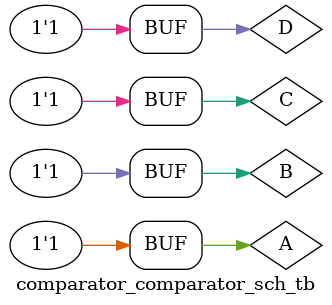
<source format=v>

`timescale 1ns / 1ps

module comparator_comparator_sch_tb();

// Inputs
	reg A;
	reg B;
	reg C;
	reg D;

// Output
	wire EQ;
	wire LT;
	wire GT;

// Bidirs

// Instantiate the UUT
   comparator UUT (
		.A(A),
		.B(B),
		.C(C),
		.D(D),
		.EQ(EQ),
		.LT(LT),
		.GT(GT)
   );
// Initialize Inputs

   initial begin
		A = 0;
		B = 0;
		C = 0;
		D = 0;
		#50;
		
		A = 0;
		B = 0;
		C = 0;
		D = 1;
		#50;
		
		A = 0;
		B = 0;
		C = 1;
		D = 0;
		#50;
		
		A = 0;
		B = 0;
		C = 1;
		D = 1;
		#50;
		
		A = 0;
		B = 1;
		C = 0;
		D = 0;
		#50;
		
		A = 0;
		B = 1;
		C = 0;
		D = 1;
		#50;
		
		A = 0;
		B = 1;
		C = 1;
		D = 0;
		#50;
		
		A = 0;
		B = 1;
		C = 1;
		D = 1;
		#50;
		
		A = 1;
		B = 0;
		C = 0;
		D = 0;
		#50;
		
		A = 1;
		B = 0;
		C = 0;
		D = 1;
		#50;
		
		A = 1;
		B = 0;
		C = 1;
		D = 0;
		#50;
		
		A = 1;
		B = 0;
		C = 1;
		D = 1;
		#50;
		
		A = 1;
		B = 1;
		C = 0;
		D = 0;
		#50;
		
		A = 1;
		B = 1;
		C = 0;
		D = 1;
		#50;
		
		A = 1;
		B = 1;
		C = 1;
		D = 0;
		#50;
		
		A = 1;
		B = 1;
		C = 1;
		D = 1;
		#50;
		
	end
endmodule

</source>
